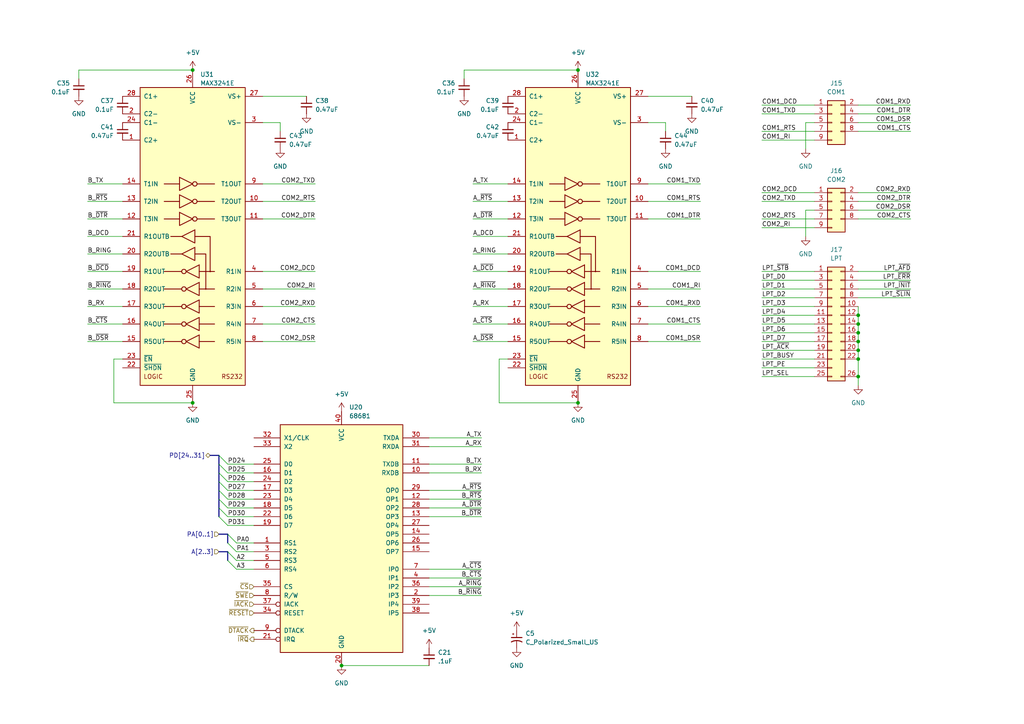
<source format=kicad_sch>
(kicad_sch (version 20230121) (generator eeschema)
  (paper "A4")
  (lib_symbols
    (symbol "68040:MAX3241E" (pin_names (offset 1.016))
      (property "Reference" "U" (at -2.54 46.355 0))
      (property "Value" "MAX3241E" (at -2.54 44.45 0))
      (symbol "MAX3241E_0_0"
        (text "LOGIC" (at -11.43 -40.64 0) (effects (font (size 1.27 1.27))))
        (text "RS232" (at 11.43 -40.64 0) (effects (font (size 1.27 1.27))))
      )
      (symbol "MAX3241E_0_1"
        (rectangle (start -15.24 43.18) (end 15.24 -43.18) (stroke (width 0.254)) (fill (type background)))
        (circle (center -2.54 -30.48) (radius 0.635) (stroke (width 0.254)))
        (circle (center -2.54 -25.4) (radius 0.635) (stroke (width 0.254)))
        (circle (center -2.54 -20.32) (radius 0.635) (stroke (width 0.254)))
        (circle (center -2.54 -15.24) (radius 0.635) (stroke (width 0.254)))
        (circle (center -2.54 -10.16) (radius 0.635) (stroke (width 0.254)))
        (polyline (pts (xy -3.81 5.08) (xy -8.255 5.08)) (stroke (width 0.254)))
        (polyline (pts (xy -3.81 10.16) (xy -8.255 10.16)) (stroke (width 0.254)))
        (polyline (pts (xy -3.81 15.24) (xy -8.255 15.24)) (stroke (width 0.254)))
        (polyline (pts (xy -3.175 -30.48) (xy -8.255 -30.48)) (stroke (width 0.254)))
        (polyline (pts (xy -3.175 -25.4) (xy -8.255 -25.4)) (stroke (width 0.254)))
        (polyline (pts (xy -3.175 -20.32) (xy -8.255 -20.32)) (stroke (width 0.254)))
        (polyline (pts (xy -3.175 -15.24) (xy -8.255 -15.24)) (stroke (width 0.254)))
        (polyline (pts (xy -3.175 -10.16) (xy -8.255 -10.16)) (stroke (width 0.254)))
        (polyline (pts (xy -3.175 -5.08) (xy -6.35 -5.08)) (stroke (width 0.254)))
        (polyline (pts (xy -3.175 0) (xy -6.35 0)) (stroke (width 0.254)))
        (polyline (pts (xy 1.27 5.08) (xy 6.35 5.08)) (stroke (width 0.254)))
        (polyline (pts (xy 1.27 10.16) (xy 6.35 10.16)) (stroke (width 0.254)))
        (polyline (pts (xy 1.27 15.24) (xy 6.35 15.24)) (stroke (width 0.254)))
        (polyline (pts (xy 1.905 -30.48) (xy 6.35 -30.48)) (stroke (width 0.254)))
        (polyline (pts (xy 1.905 -25.4) (xy 6.35 -25.4)) (stroke (width 0.254)))
        (polyline (pts (xy 1.905 -20.32) (xy 6.35 -20.32)) (stroke (width 0.254)))
        (polyline (pts (xy 1.905 -15.24) (xy 6.35 -15.24)) (stroke (width 0.254)))
        (polyline (pts (xy 1.905 -10.16) (xy 6.35 -10.16)) (stroke (width 0.254)))
        (polyline (pts (xy -3.81 6.985) (xy -3.81 3.175) (xy 0 5.08) (xy -3.81 6.985)) (stroke (width 0.254)))
        (polyline (pts (xy -3.81 12.065) (xy -3.81 8.255) (xy 0 10.16) (xy -3.81 12.065)) (stroke (width 0.254)))
        (polyline (pts (xy -3.81 17.145) (xy -3.81 13.335) (xy 0 15.24) (xy -3.81 17.145)) (stroke (width 0.254)))
        (polyline (pts (xy 0.635 -3.175) (xy 0.635 -6.985) (xy -3.175 -5.08) (xy 0.635 -3.175)) (stroke (width 0.254)))
        (polyline (pts (xy 0.635 1.905) (xy 0.635 -1.905) (xy -3.175 0) (xy 0.635 1.905)) (stroke (width 0.254)))
        (polyline (pts (xy 1.905 -28.575) (xy 1.905 -32.385) (xy -1.905 -30.48) (xy 1.905 -28.575)) (stroke (width 0.254)))
        (polyline (pts (xy 1.905 -23.495) (xy 1.905 -27.305) (xy -1.905 -25.4) (xy 1.905 -23.495)) (stroke (width 0.254)))
        (polyline (pts (xy 1.905 -18.415) (xy 1.905 -22.225) (xy -1.905 -20.32) (xy 1.905 -18.415)) (stroke (width 0.254)))
        (polyline (pts (xy 1.905 -13.335) (xy 1.905 -17.145) (xy -1.905 -15.24) (xy 1.905 -13.335)) (stroke (width 0.254)))
        (polyline (pts (xy 1.905 -8.255) (xy 1.905 -12.065) (xy -1.905 -10.16) (xy 1.905 -8.255)) (stroke (width 0.254)))
        (circle (center 0.635 5.08) (radius 0.635) (stroke (width 0.254)))
        (circle (center 0.635 10.16) (radius 0.635) (stroke (width 0.254)))
        (circle (center 0.635 15.24) (radius 0.635) (stroke (width 0.254)))
        (circle (center 5.08 -10.16) (radius 0.1524))
      )
      (symbol "MAX3241E_1_1"
        (polyline (pts (xy 0.635 -5.08) (xy 3.81 -5.08) (xy 3.81 -15.24)) (stroke (width 0.254)))
        (polyline (pts (xy 0.635 0) (xy 5.08 0) (xy 5.08 -10.16)) (stroke (width 0.254)))
        (circle (center 3.81 -15.24) (radius 0.1524))
        (pin passive line (at -20.32 27.94 0) (length 5.08) (name "C2+") (number "1"))
        (pin output line (at 20.32 10.16 180) (length 5.08) (name "T2OUT") (number "10"))
        (pin output line (at 20.32 5.08 180) (length 5.08) (name "T3OUT") (number "11"))
        (pin input line (at -20.32 5.08 0) (length 5.08) (name "T3IN") (number "12"))
        (pin input line (at -20.32 10.16 0) (length 5.08) (name "T2IN") (number "13"))
        (pin input line (at -20.32 15.24 0) (length 5.08) (name "T1IN") (number "14"))
        (pin output line (at -20.32 -30.48 0) (length 5.08) (name "R5OUT") (number "15"))
        (pin output line (at -20.32 -25.4 0) (length 5.08) (name "R4OUT") (number "16"))
        (pin output line (at -20.32 -20.32 0) (length 5.08) (name "R3OUT") (number "17"))
        (pin output line (at -20.32 -15.24 0) (length 5.08) (name "R2OUT") (number "18"))
        (pin output line (at -20.32 -10.16 0) (length 5.08) (name "R1OUT") (number "19"))
        (pin passive line (at -20.32 35.56 0) (length 5.08) (name "C2-") (number "2"))
        (pin output line (at -20.32 -5.08 0) (length 5.08) (name "R2OUTB") (number "20"))
        (pin output line (at -20.32 0 0) (length 5.08) (name "R1OUTB") (number "21"))
        (pin input line (at -20.32 -38.1 0) (length 5.08) (name "~{SHDN}") (number "22"))
        (pin input line (at -20.32 -35.56 0) (length 5.08) (name "~{EN}") (number "23"))
        (pin passive line (at -20.32 33.02 0) (length 5.08) (name "C1-") (number "24"))
        (pin power_in line (at 0 -48.26 90) (length 5.08) (name "GND") (number "25"))
        (pin power_in line (at 0 48.26 270) (length 5.08) (name "VCC") (number "26"))
        (pin power_out line (at 20.32 40.64 180) (length 5.08) (name "VS+") (number "27"))
        (pin passive line (at -20.32 40.64 0) (length 5.08) (name "C1+") (number "28"))
        (pin power_out line (at 20.32 33.02 180) (length 5.08) (name "VS-") (number "3"))
        (pin input line (at 20.32 -10.16 180) (length 5.08) (name "R1IN") (number "4"))
        (pin input line (at 20.32 -15.24 180) (length 5.08) (name "R2IN") (number "5"))
        (pin input line (at 20.32 -20.32 180) (length 5.08) (name "R3IN") (number "6"))
        (pin input line (at 20.32 -25.4 180) (length 5.08) (name "R4IN") (number "7"))
        (pin input line (at 20.32 -30.48 180) (length 5.08) (name "R5IN") (number "8"))
        (pin output line (at 20.32 15.24 180) (length 5.08) (name "T1OUT") (number "9"))
      )
    )
    (symbol "Conn_2Rows-09Pins_1" (pin_names (offset 1.016) hide)
      (property "Reference" "J16" (at 1.27 11.43 0))
      (property "Value" "COM" (at 1.27 8.89 0))
      (symbol "Conn_2Rows-09Pins_1_1_1"
        (rectangle (start -1.27 -4.953) (end 0 -5.207) (stroke (width 0.1524)))
        (rectangle (start -1.27 -2.413) (end 0 -2.667) (stroke (width 0.1524)))
        (rectangle (start -1.27 0.127) (end 0 -0.127) (stroke (width 0.1524)))
        (rectangle (start -1.27 2.667) (end 0 2.413) (stroke (width 0.1524)))
        (rectangle (start -1.27 5.207) (end 0 4.953) (stroke (width 0.1524)))
        (rectangle (start -1.27 6.35) (end 3.81 -6.35) (stroke (width 0.254)) (fill (type background)))
        (rectangle (start 3.81 -2.413) (end 2.54 -2.667) (stroke (width 0.1524)))
        (rectangle (start 3.81 0.127) (end 2.54 -0.127) (stroke (width 0.1524)))
        (rectangle (start 3.81 2.667) (end 2.54 2.413) (stroke (width 0.1524)))
        (rectangle (start 3.81 5.207) (end 2.54 4.953) (stroke (width 0.1524)))
        (pin passive line (at -5.08 5.08 0) (length 3.81) (name "Pin_1") (number "1"))
        (pin passive line (at 7.62 5.08 180) (length 3.81) (name "Pin_2") (number "2"))
        (pin passive line (at -5.08 2.54 0) (length 3.81) (name "Pin_3") (number "3"))
        (pin passive line (at 7.62 2.54 180) (length 3.81) (name "Pin_4") (number "4"))
        (pin passive line (at -5.08 0 0) (length 3.81) (name "Pin_5") (number "5"))
        (pin passive line (at 7.62 0 180) (length 3.81) (name "Pin_6") (number "6"))
        (pin passive line (at -5.08 -2.54 0) (length 3.81) (name "Pin_7") (number "7"))
        (pin passive line (at 7.62 -2.54 180) (length 3.81) (name "Pin_8") (number "8"))
        (pin passive line (at -5.08 -5.08 0) (length 3.81) (name "Pin_9") (number "9"))
      )
    )
    (symbol "Connector_Generic:Conn_2Rows-25Pins" (pin_names (offset 1.016) hide)
      (property "Reference" "J17" (at 1.27 21.59 0))
      (property "Value" "LPT" (at 1.27 19.05 0))
      (symbol "Conn_2Rows-25Pins_1_1"
        (rectangle (start -1.27 -15.113) (end 0 -15.367) (stroke (width 0.1524)))
        (rectangle (start -1.27 -12.573) (end 0 -12.827) (stroke (width 0.1524)))
        (rectangle (start -1.27 -10.033) (end 0 -10.287) (stroke (width 0.1524)))
        (rectangle (start -1.27 -7.493) (end 0 -7.747) (stroke (width 0.1524)))
        (rectangle (start -1.27 -4.953) (end 0 -5.207) (stroke (width 0.1524)))
        (rectangle (start -1.27 -2.413) (end 0 -2.667) (stroke (width 0.1524)))
        (rectangle (start -1.27 0.127) (end 0 -0.127) (stroke (width 0.1524)))
        (rectangle (start -1.27 2.667) (end 0 2.413) (stroke (width 0.1524)))
        (rectangle (start -1.27 5.207) (end 0 4.953) (stroke (width 0.1524)))
        (rectangle (start -1.27 7.747) (end 0 7.493) (stroke (width 0.1524)))
        (rectangle (start -1.27 10.287) (end 0 10.033) (stroke (width 0.1524)))
        (rectangle (start -1.27 12.827) (end 0 12.573) (stroke (width 0.1524)))
        (rectangle (start -1.27 15.367) (end 0 15.113) (stroke (width 0.1524)))
        (rectangle (start -1.27 16.51) (end 3.81 -16.51) (stroke (width 0.254)) (fill (type background)))
        (rectangle (start 2.54 -15.113) (end 3.81 -15.367) (stroke (width 0.1524)))
        (rectangle (start 3.81 -10.033) (end 2.54 -10.287) (stroke (width 0.1524)))
        (rectangle (start 3.81 -7.493) (end 2.54 -7.747) (stroke (width 0.1524)))
        (rectangle (start 3.81 -4.953) (end 2.54 -5.207) (stroke (width 0.1524)))
        (rectangle (start 3.81 -2.413) (end 2.54 -2.667) (stroke (width 0.1524)))
        (rectangle (start 3.81 0.127) (end 2.54 -0.127) (stroke (width 0.1524)))
        (rectangle (start 3.81 2.667) (end 2.54 2.413) (stroke (width 0.1524)))
        (rectangle (start 3.81 5.207) (end 2.54 4.953) (stroke (width 0.1524)))
        (rectangle (start 3.81 7.747) (end 2.54 7.493) (stroke (width 0.1524)))
        (rectangle (start 3.81 10.287) (end 2.54 10.033) (stroke (width 0.1524)))
        (rectangle (start 3.81 12.827) (end 2.54 12.573) (stroke (width 0.1524)))
        (rectangle (start 3.81 15.367) (end 2.54 15.113) (stroke (width 0.1524)))
        (pin passive line (at -5.08 15.24 0) (length 3.81) (name "Pin_1") (number "1"))
        (pin passive line (at 7.62 5.08 180) (length 3.81) (name "Pin_10") (number "10"))
        (pin passive line (at -5.08 2.54 0) (length 3.81) (name "Pin_11") (number "11"))
        (pin passive line (at 7.62 2.54 180) (length 3.81) (name "Pin_12") (number "12"))
        (pin passive line (at -5.08 0 0) (length 3.81) (name "Pin_13") (number "13"))
        (pin passive line (at 7.62 0 180) (length 3.81) (name "Pin_14") (number "14"))
        (pin passive line (at -5.08 -2.54 0) (length 3.81) (name "Pin_15") (number "15"))
        (pin passive line (at 7.62 -2.54 180) (length 3.81) (name "Pin_16") (number "16"))
        (pin passive line (at -5.08 -5.08 0) (length 3.81) (name "Pin_17") (number "17"))
        (pin passive line (at 7.62 -5.08 180) (length 3.81) (name "Pin_18") (number "18"))
        (pin passive line (at -5.08 -7.62 0) (length 3.81) (name "Pin_19") (number "19"))
        (pin passive line (at 7.62 15.24 180) (length 3.81) (name "Pin_2") (number "2"))
        (pin passive line (at 7.62 -7.62 180) (length 3.81) (name "Pin_20") (number "20"))
        (pin passive line (at -5.08 -10.16 0) (length 3.81) (name "Pin_21") (number "21"))
        (pin passive line (at 7.62 -10.16 180) (length 3.81) (name "Pin_22") (number "22"))
        (pin passive line (at -5.08 -12.7 0) (length 3.81) (name "Pin_23") (number "23"))
        (pin passive line (at -5.08 -15.24 0) (length 3.81) (name "Pin_25") (number "25"))
        (pin passive line (at 7.62 -15.24 180) (length 3.81) (name "Pin_26") (number "26"))
        (pin passive line (at -5.08 12.7 0) (length 3.81) (name "Pin_3") (number "3"))
        (pin passive line (at 7.62 12.7 180) (length 3.81) (name "Pin_4") (number "4"))
        (pin passive line (at -5.08 10.16 0) (length 3.81) (name "Pin_5") (number "5"))
        (pin passive line (at 7.62 10.16 180) (length 3.81) (name "Pin_6") (number "6"))
        (pin passive line (at -5.08 7.62 0) (length 3.81) (name "Pin_7") (number "7"))
        (pin passive line (at 7.62 7.62 180) (length 3.81) (name "Pin_8") (number "8"))
        (pin passive line (at -5.08 5.08 0) (length 3.81) (name "Pin_9") (number "9"))
      )
    )
    (symbol "Device:C_Polarized_Small_US" (pin_numbers hide) (pin_names (offset 0.254) hide)
      (property "Reference" "C" (at 0.254 1.778 0))
      (property "Value" "C_Polarized_Small_US" (at 0.254 -2.032 0))
      (symbol "C_Polarized_Small_US_0_1"
        (polyline (pts (xy -1.524 0.508) (xy 1.524 0.508)) (stroke (width 0.3048)))
        (polyline (pts (xy -1.27 1.524) (xy -0.762 1.524)))
        (polyline (pts (xy -1.016 1.27) (xy -1.016 1.778)))
        (arc (start 1.524 -0.762) (mid 0 -0.3734) (end -1.524 -0.762) (stroke (width 0.3048)))
      )
      (symbol "C_Polarized_Small_US_1_1"
        (pin passive line (at 0 2.54 270) (length 2.032) (name "~") (number "1"))
        (pin passive line (at 0 -2.54 90) (length 2.032) (name "~") (number "2"))
      )
    )
    (symbol "Device:C_Small" (pin_numbers hide) (pin_names (offset 0.254) hide)
      (property "Reference" "C" (at 0.254 1.778 0))
      (property "Value" "C_Small" (at 0.254 -2.032 0))
      (symbol "C_Small_0_1"
        (polyline (pts (xy -1.524 -0.508) (xy 1.524 -0.508)) (stroke (width 0.3302)))
        (polyline (pts (xy -1.524 0.508) (xy 1.524 0.508)) (stroke (width 0.3048)))
      )
      (symbol "C_Small_1_1"
        (pin passive line (at 0 2.54 270) (length 2.032) (name "~") (number "1"))
        (pin passive line (at 0 -2.54 90) (length 2.032) (name "~") (number "2"))
      )
    )
    (symbol "Interface:68681" (pin_names (offset 1.016))
      (property "Reference" "U" (at 0 3.81 0))
      (property "Value" "68681" (at 0 -2.54 0))
      (symbol "68681_0_1"
        (rectangle (start -17.78 -31.75) (end 17.78 34.29) (stroke (width 0.254)) (fill (type background)))
      )
      (symbol "68681_1_1"
        (pin input line (at -25.4 0 0) (length 7.62) (name "RS1") (number "1"))
        (pin input line (at 25.4 20.32 180) (length 7.62) (name "RXDB") (number "10"))
        (pin output line (at 25.4 22.86 180) (length 7.62) (name "TXDB") (number "11"))
        (pin output line (at 25.4 12.7 180) (length 7.62) (name "OP1") (number "12"))
        (pin output line (at 25.4 7.62 180) (length 7.62) (name "OP3") (number "13"))
        (pin output line (at 25.4 2.54 180) (length 7.62) (name "OP5") (number "14"))
        (pin output line (at 25.4 -2.54 180) (length 7.62) (name "OP7") (number "15"))
        (pin tri_state line (at -25.4 20.32 0) (length 7.62) (name "D1") (number "16"))
        (pin tri_state line (at -25.4 15.24 0) (length 7.62) (name "D3") (number "17"))
        (pin tri_state line (at -25.4 10.16 0) (length 7.62) (name "D5") (number "18"))
        (pin tri_state line (at -25.4 5.08 0) (length 7.62) (name "D7") (number "19"))
        (pin input line (at 25.4 -15.24 180) (length 7.62) (name "IP3") (number "2"))
        (pin power_in line (at 0 -35.56 90) (length 3.81) (name "GND") (number "20"))
        (pin output inverted (at -25.4 -27.94 0) (length 7.62) (name "IRQ") (number "21"))
        (pin tri_state line (at -25.4 7.62 0) (length 7.62) (name "D6") (number "22"))
        (pin tri_state line (at -25.4 12.7 0) (length 7.62) (name "D4") (number "23"))
        (pin tri_state line (at -25.4 17.78 0) (length 7.62) (name "D2") (number "24"))
        (pin tri_state line (at -25.4 22.86 0) (length 7.62) (name "D0") (number "25"))
        (pin output line (at 25.4 0 180) (length 7.62) (name "OP6") (number "26"))
        (pin output line (at 25.4 5.08 180) (length 7.62) (name "OP4") (number "27"))
        (pin output line (at 25.4 10.16 180) (length 7.62) (name "OP2") (number "28"))
        (pin output line (at 25.4 15.24 180) (length 7.62) (name "OP0") (number "29"))
        (pin input line (at -25.4 -2.54 0) (length 7.62) (name "RS2") (number "3"))
        (pin output line (at 25.4 30.48 180) (length 7.62) (name "TXDA") (number "30"))
        (pin input line (at 25.4 27.94 180) (length 7.62) (name "RXDA") (number "31"))
        (pin input line (at -25.4 30.48 0) (length 7.62) (name "X1/CLK") (number "32"))
        (pin input line (at -25.4 27.94 0) (length 7.62) (name "X2") (number "33"))
        (pin input inverted (at -25.4 -20.32 0) (length 7.62) (name "RESET") (number "34"))
        (pin input line (at -25.4 -12.7 0) (length 7.62) (name "CS") (number "35"))
        (pin input line (at 25.4 -12.7 180) (length 7.62) (name "IP2") (number "36"))
        (pin input inverted (at -25.4 -17.78 0) (length 7.62) (name "IACK") (number "37"))
        (pin input line (at 25.4 -20.32 180) (length 7.62) (name "IP5") (number "38"))
        (pin input line (at 25.4 -17.78 180) (length 7.62) (name "IP4") (number "39"))
        (pin input line (at 25.4 -10.16 180) (length 7.62) (name "IP1") (number "4"))
        (pin power_in line (at 0 38.1 270) (length 3.81) (name "VCC") (number "40"))
        (pin input line (at -25.4 -5.08 0) (length 7.62) (name "RS3") (number "5"))
        (pin input line (at -25.4 -7.62 0) (length 7.62) (name "RS4") (number "6"))
        (pin input line (at 25.4 -7.62 180) (length 7.62) (name "IP0") (number "7"))
        (pin input line (at -25.4 -15.24 0) (length 7.62) (name "R/W") (number "8"))
        (pin open_collector inverted (at -25.4 -25.4 0) (length 7.62) (name "DTACK") (number "9"))
      )
    )
    (symbol "power:+5V" (power) (pin_names (offset 0))
      (property "Value" "+5V" (at 0 3.556 0))
      (symbol "+5V_0_1"
        (polyline (pts (xy -0.762 1.27) (xy 0 2.54)))
        (polyline (pts (xy 0 0) (xy 0 2.54)))
        (polyline (pts (xy 0 2.54) (xy 0.762 1.27)))
      )
      (symbol "+5V_1_1"
        (pin power_in line (at 0 0 90) (length 0) hide (name "+5V") (number "1"))
      )
    )
    (symbol "power:GND" (power) (pin_names (offset 0))
      (property "Value" "GND" (at 0 -3.81 0))
      (symbol "GND_0_1"
        (polyline (pts (xy 0 0) (xy 0 -1.27) (xy 1.27 -1.27) (xy 0 -2.54) (xy -1.27 -1.27) (xy 0 -1.27)))
      )
      (symbol "GND_1_1"
        (pin power_in line (at 0 0 270) (length 0) hide (name "GND") (number "1"))
      )
    )
  )
  (junction (at 248.92 91.44))
  (junction (at 248.92 101.6))
  (junction (at 99.06 193.04))
  (junction (at 55.88 20.32))
  (junction (at 167.64 116.84))
  (junction (at 248.92 104.14))
  (junction (at 248.92 99.06))
  (junction (at 248.92 93.98))
  (junction (at 248.92 109.22))
  (junction (at 55.88 116.84))
  (junction (at 167.64 20.32))
  (junction (at 248.92 96.52))
  (bus_entry (at 66.04 154.94) (size 2.54 2.54))
  (bus_entry (at 66.04 162.56) (size 2.54 2.54))
  (bus_entry (at 63.5 147.32) (size 2.54 2.54))
  (bus_entry (at 63.5 132.08) (size 2.54 2.54))
  (bus_entry (at 63.5 149.86) (size 2.54 2.54))
  (bus_entry (at 63.5 144.78) (size 2.54 2.54))
  (bus_entry (at 63.5 142.24) (size 2.54 2.54))
  (bus_entry (at 63.5 137.16) (size 2.54 2.54))
  (bus_entry (at 63.5 139.7) (size 2.54 2.54))
  (bus_entry (at 63.5 134.62) (size 2.54 2.54))
  (bus_entry (at 66.04 160.02) (size 2.54 2.54))
  (bus_entry (at 66.04 157.48) (size 2.54 2.54))
  (wire (pts (xy 22.86 20.32) (xy 22.86 22.86)))
  (wire (pts (xy 25.4 78.74) (xy 35.56 78.74)))
  (wire (pts (xy 68.58 165.1) (xy 73.66 165.1)))
  (wire (pts (xy 187.96 88.9) (xy 203.2 88.9)))
  (bus (pts (xy 66.04 154.94) (xy 63.5 154.94)))
  (bus (pts (xy 66.04 160.02) (xy 63.5 160.02)))
  (wire (pts (xy 220.98 55.88) (xy 236.22 55.88)))
  (bus (pts (xy 63.5 132.08) (xy 60.96 132.08)))
  (wire (pts (xy 248.92 96.52) (xy 248.92 99.06)))
  (wire (pts (xy 248.92 78.74) (xy 264.16 78.74)))
  (wire (pts (xy 220.98 93.98) (xy 236.22 93.98)))
  (bus (pts (xy 63.5 147.32) (xy 63.5 144.78)))
  (bus (pts (xy 63.5 149.86) (xy 63.5 147.32)))
  (bus (pts (xy 63.5 144.78) (xy 63.5 142.24)))
  (wire (pts (xy 220.98 96.52) (xy 236.22 96.52)))
  (wire (pts (xy 220.98 33.02) (xy 236.22 33.02)))
  (wire (pts (xy 236.22 60.96) (xy 233.68 60.96)))
  (wire (pts (xy 137.16 83.82) (xy 147.32 83.82)))
  (wire (pts (xy 220.98 109.22) (xy 236.22 109.22)))
  (wire (pts (xy 220.98 91.44) (xy 236.22 91.44)))
  (wire (pts (xy 66.04 139.7) (xy 73.66 139.7)))
  (wire (pts (xy 203.2 78.74) (xy 187.96 78.74)))
  (wire (pts (xy 220.98 81.28) (xy 236.22 81.28)))
  (wire (pts (xy 248.92 63.5) (xy 264.16 63.5)))
  (wire (pts (xy 91.44 78.74) (xy 76.2 78.74)))
  (wire (pts (xy 66.04 144.78) (xy 73.66 144.78)))
  (wire (pts (xy 134.62 20.32) (xy 134.62 22.86)))
  (wire (pts (xy 81.28 35.56) (xy 81.28 38.1)))
  (wire (pts (xy 35.56 58.42) (xy 25.4 58.42)))
  (wire (pts (xy 35.56 53.34) (xy 25.4 53.34)))
  (wire (pts (xy 91.44 58.42) (xy 76.2 58.42)))
  (wire (pts (xy 248.92 93.98) (xy 248.92 96.52)))
  (wire (pts (xy 187.96 93.98) (xy 203.2 93.98)))
  (wire (pts (xy 68.58 162.56) (xy 73.66 162.56)))
  (wire (pts (xy 220.98 63.5) (xy 236.22 63.5)))
  (wire (pts (xy 124.46 165.1) (xy 139.7 165.1)))
  (wire (pts (xy 33.02 104.14) (xy 33.02 116.84)))
  (wire (pts (xy 187.96 63.5) (xy 203.2 63.5)))
  (wire (pts (xy 76.2 93.98) (xy 91.44 93.98)))
  (wire (pts (xy 25.4 68.58) (xy 35.56 68.58)))
  (wire (pts (xy 124.46 127) (xy 139.7 127)))
  (wire (pts (xy 248.92 38.1) (xy 264.16 38.1)))
  (wire (pts (xy 220.98 101.6) (xy 236.22 101.6)))
  (wire (pts (xy 25.4 73.66) (xy 35.56 73.66)))
  (wire (pts (xy 187.96 99.06) (xy 203.2 99.06)))
  (wire (pts (xy 124.46 129.54) (xy 139.7 129.54)))
  (wire (pts (xy 248.92 88.9) (xy 248.92 91.44)))
  (wire (pts (xy 144.78 104.14) (xy 144.78 116.84)))
  (wire (pts (xy 248.92 86.36) (xy 264.16 86.36)))
  (wire (pts (xy 76.2 63.5) (xy 91.44 63.5)))
  (bus (pts (xy 63.5 139.7) (xy 63.5 137.16)))
  (wire (pts (xy 203.2 58.42) (xy 187.96 58.42)))
  (wire (pts (xy 220.98 88.9) (xy 236.22 88.9)))
  (wire (pts (xy 139.7 149.86) (xy 124.46 149.86)))
  (wire (pts (xy 91.44 53.34) (xy 76.2 53.34)))
  (wire (pts (xy 35.56 88.9) (xy 25.4 88.9)))
  (bus (pts (xy 66.04 157.48) (xy 66.04 154.94)))
  (wire (pts (xy 248.92 83.82) (xy 264.16 83.82)))
  (wire (pts (xy 248.92 33.02) (xy 264.16 33.02)))
  (wire (pts (xy 147.32 58.42) (xy 137.16 58.42)))
  (wire (pts (xy 66.04 142.24) (xy 73.66 142.24)))
  (wire (pts (xy 144.78 104.14) (xy 147.32 104.14)))
  (bus (pts (xy 63.5 142.24) (xy 63.5 139.7)))
  (wire (pts (xy 147.32 93.98) (xy 137.16 93.98)))
  (wire (pts (xy 124.46 142.24) (xy 139.7 142.24)))
  (wire (pts (xy 193.04 35.56) (xy 193.04 38.1)))
  (wire (pts (xy 248.92 81.28) (xy 264.16 81.28)))
  (wire (pts (xy 139.7 147.32) (xy 124.46 147.32)))
  (wire (pts (xy 233.68 35.56) (xy 233.68 43.18)))
  (wire (pts (xy 220.98 30.48) (xy 236.22 30.48)))
  (wire (pts (xy 76.2 88.9) (xy 91.44 88.9)))
  (wire (pts (xy 248.92 99.06) (xy 248.92 101.6)))
  (wire (pts (xy 220.98 104.14) (xy 236.22 104.14)))
  (wire (pts (xy 33.02 116.84) (xy 55.88 116.84)))
  (bus (pts (xy 63.5 137.16) (xy 63.5 134.62)))
  (wire (pts (xy 233.68 60.96) (xy 233.68 68.58)))
  (wire (pts (xy 220.98 78.74) (xy 236.22 78.74)))
  (wire (pts (xy 35.56 93.98) (xy 25.4 93.98)))
  (wire (pts (xy 124.46 170.18) (xy 139.7 170.18)))
  (wire (pts (xy 55.88 20.32) (xy 22.86 20.32)))
  (wire (pts (xy 25.4 63.5) (xy 35.56 63.5)))
  (wire (pts (xy 76.2 99.06) (xy 91.44 99.06)))
  (wire (pts (xy 220.98 40.64) (xy 236.22 40.64)))
  (wire (pts (xy 25.4 99.06) (xy 35.56 99.06)))
  (wire (pts (xy 76.2 35.56) (xy 81.28 35.56)))
  (wire (pts (xy 167.64 20.32) (xy 134.62 20.32)))
  (wire (pts (xy 124.46 134.62) (xy 139.7 134.62)))
  (wire (pts (xy 33.02 104.14) (xy 35.56 104.14)))
  (wire (pts (xy 248.92 60.96) (xy 264.16 60.96)))
  (wire (pts (xy 220.98 38.1) (xy 236.22 38.1)))
  (wire (pts (xy 248.92 30.48) (xy 264.16 30.48)))
  (wire (pts (xy 66.04 147.32) (xy 73.66 147.32)))
  (wire (pts (xy 147.32 53.34) (xy 137.16 53.34)))
  (wire (pts (xy 137.16 73.66) (xy 147.32 73.66)))
  (wire (pts (xy 220.98 86.36) (xy 236.22 86.36)))
  (wire (pts (xy 66.04 137.16) (xy 73.66 137.16)))
  (wire (pts (xy 68.58 160.02) (xy 73.66 160.02)))
  (wire (pts (xy 220.98 106.68) (xy 236.22 106.68)))
  (wire (pts (xy 248.92 104.14) (xy 248.92 109.22)))
  (wire (pts (xy 220.98 66.04) (xy 236.22 66.04)))
  (wire (pts (xy 99.06 193.04) (xy 124.46 193.04)))
  (wire (pts (xy 220.98 83.82) (xy 236.22 83.82)))
  (wire (pts (xy 66.04 134.62) (xy 73.66 134.62)))
  (wire (pts (xy 144.78 116.84) (xy 167.64 116.84)))
  (wire (pts (xy 91.44 83.82) (xy 76.2 83.82)))
  (wire (pts (xy 248.92 35.56) (xy 264.16 35.56)))
  (wire (pts (xy 137.16 99.06) (xy 147.32 99.06)))
  (wire (pts (xy 203.2 53.34) (xy 187.96 53.34)))
  (wire (pts (xy 76.2 27.94) (xy 88.9 27.94)))
  (wire (pts (xy 187.96 27.94) (xy 200.66 27.94)))
  (wire (pts (xy 124.46 167.64) (xy 139.7 167.64)))
  (wire (pts (xy 66.04 152.4) (xy 73.66 152.4)))
  (wire (pts (xy 248.92 101.6) (xy 248.92 104.14)))
  (bus (pts (xy 66.04 162.56) (xy 66.04 160.02)))
  (wire (pts (xy 220.98 99.06) (xy 236.22 99.06)))
  (wire (pts (xy 248.92 91.44) (xy 248.92 93.98)))
  (wire (pts (xy 137.16 68.58) (xy 147.32 68.58)))
  (wire (pts (xy 137.16 78.74) (xy 147.32 78.74)))
  (wire (pts (xy 248.92 58.42) (xy 264.16 58.42)))
  (wire (pts (xy 68.58 157.48) (xy 73.66 157.48)))
  (wire (pts (xy 248.92 109.22) (xy 248.92 111.76)))
  (wire (pts (xy 137.16 63.5) (xy 147.32 63.5)))
  (wire (pts (xy 66.04 149.86) (xy 73.66 149.86)))
  (wire (pts (xy 147.32 88.9) (xy 137.16 88.9)))
  (wire (pts (xy 248.92 55.88) (xy 264.16 55.88)))
  (wire (pts (xy 236.22 35.56) (xy 233.68 35.56)))
  (wire (pts (xy 124.46 172.72) (xy 139.7 172.72)))
  (wire (pts (xy 124.46 144.78) (xy 139.7 144.78)))
  (bus (pts (xy 63.5 134.62) (xy 63.5 132.08)))
  (wire (pts (xy 124.46 137.16) (xy 139.7 137.16)))
  (wire (pts (xy 203.2 83.82) (xy 187.96 83.82)))
  (wire (pts (xy 187.96 35.56) (xy 193.04 35.56)))
  (wire (pts (xy 220.98 58.42) (xy 236.22 58.42)))
  (wire (pts (xy 25.4 83.82) (xy 35.56 83.82)))
  (label "LPT_SEL" (at 220.98 109.22 0))
  (label "B_~{RTS}" (at 139.7 144.78 180))
  (label "A_~{RTS}" (at 137.16 58.42 0))
  (label "LPT_D5" (at 220.98 93.98 0))
  (label "PA0" (at 68.58 157.48 0))
  (label "COM2_CTS" (at 91.44 93.98 180))
  (label "LPT_D6" (at 220.98 96.52 0))
  (label "COM2_DCD" (at 220.98 55.88 0))
  (label "A_~{DCD}" (at 137.16 78.74 0))
  (label "A_~{RTS}" (at 139.7 142.24 180))
  (label "COM2_RI" (at 220.98 66.04 0))
  (label "LPT_D3" (at 220.98 88.9 0))
  (label "PD29" (at 66.04 147.32 0))
  (label "PD24" (at 66.04 134.62 0))
  (label "LPT_PE" (at 220.98 106.68 0))
  (label "B_~{DTR}" (at 139.7 149.86 180))
  (label "COM1_DSR" (at 203.2 99.06 180))
  (label "COM2_TXD" (at 91.44 53.34 180))
  (label "B_RING" (at 25.4 73.66 0))
  (label "A_TX" (at 139.7 127 180))
  (label "A_RX" (at 137.16 88.9 0))
  (label "PD30" (at 66.04 149.86 0))
  (label "LPT_D7" (at 220.98 99.06 0))
  (label "COM1_RXD" (at 203.2 88.9 180))
  (label "COM2_RI" (at 91.44 83.82 180))
  (label "COM1_RTS" (at 203.2 58.42 180))
  (label "COM1_DCD" (at 220.98 30.48 0))
  (label "A2" (at 68.58 162.56 0))
  (label "COM2_DTR" (at 264.16 58.42 180))
  (label "LPT_~{INIT}" (at 264.16 83.82 180))
  (label "B_TX" (at 139.7 134.62 180))
  (label "COM1_DSR" (at 264.16 35.56 180))
  (label "B_~{DSR}" (at 25.4 99.06 0))
  (label "B_RX" (at 25.4 88.9 0))
  (label "A_~{CTS}" (at 139.7 165.1 180))
  (label "LPT_BUSY" (at 220.98 104.14 0))
  (label "COM1_DTR" (at 264.16 33.02 180))
  (label "COM1_DCD" (at 203.2 78.74 180))
  (label "COM1_RTS" (at 220.98 38.1 0))
  (label "A_~{RING}" (at 139.7 170.18 180))
  (label "B_~{CTS}" (at 25.4 93.98 0))
  (label "B_~{RING}" (at 25.4 83.82 0))
  (label "COM1_TXD" (at 220.98 33.02 0))
  (label "LPT_D4" (at 220.98 91.44 0))
  (label "COM1_RI" (at 220.98 40.64 0))
  (label "PD26" (at 66.04 139.7 0))
  (label "COM2_DSR" (at 264.16 60.96 180))
  (label "A_RING" (at 137.16 73.66 0))
  (label "COM1_DTR" (at 203.2 63.5 180))
  (label "COM2_RXD" (at 264.16 55.88 180))
  (label "A_~{DTR}" (at 137.16 63.5 0))
  (label "COM2_DSR" (at 91.44 99.06 180))
  (label "A_DCD" (at 137.16 68.58 0))
  (label "COM2_RTS" (at 91.44 58.42 180))
  (label "B_RX" (at 139.7 137.16 180))
  (label "COM1_RI" (at 203.2 83.82 180))
  (label "B_~{CTS}" (at 139.7 167.64 180))
  (label "COM2_RXD" (at 91.44 88.9 180))
  (label "LPT_D1" (at 220.98 83.82 0))
  (label "PD31" (at 66.04 152.4 0))
  (label "PD27" (at 66.04 142.24 0))
  (label "A_~{DSR}" (at 137.16 99.06 0))
  (label "A_~{CTS}" (at 137.16 93.98 0))
  (label "A3" (at 68.58 165.1 0))
  (label "LPT_~{AFD}" (at 264.16 78.74 180))
  (label "LPT_~{ERR}" (at 264.16 81.28 180))
  (label "B_DCD" (at 25.4 68.58 0))
  (label "COM1_TXD" (at 203.2 53.34 180))
  (label "LPT_~{ACK}" (at 220.98 101.6 0))
  (label "B_~{RTS}" (at 25.4 58.42 0))
  (label "COM2_DCD" (at 91.44 78.74 180))
  (label "A_~{DTR}" (at 139.7 147.32 180))
  (label "B_~{RING}" (at 139.7 172.72 180))
  (label "PD25" (at 66.04 137.16 0))
  (label "LPT_~{STB}" (at 220.98 78.74 0))
  (label "A_RX" (at 139.7 129.54 180))
  (label "B_~{DCD}" (at 25.4 78.74 0))
  (label "A_TX" (at 137.16 53.34 0))
  (label "A_~{RING}" (at 137.16 83.82 0))
  (label "PA1" (at 68.58 160.02 0))
  (label "B_~{DTR}" (at 25.4 63.5 0))
  (label "COM2_DTR" (at 91.44 63.5 180))
  (label "B_TX" (at 25.4 53.34 0))
  (label "COM1_CTS" (at 264.16 38.1 180))
  (label "PD28" (at 66.04 144.78 0))
  (label "LPT_~{SLIN}" (at 264.16 86.36 180))
  (label "COM1_RXD" (at 264.16 30.48 180))
  (label "COM2_RTS" (at 220.98 63.5 0))
  (label "COM2_TXD" (at 220.98 58.42 0))
  (label "COM2_CTS" (at 264.16 63.5 180))
  (label "COM1_CTS" (at 203.2 93.98 180))
  (label "LPT_D0" (at 220.98 81.28 0))
  (label "LPT_D2" (at 220.98 86.36 0))
  (hierarchical_label "~{IACK}" (shape input) (at 73.66 175.26 180))
  (hierarchical_label "~{DTACK}" (shape output) (at 73.66 182.88 180))
  (hierarchical_label "A[2..3]" (shape input) (at 63.5 160.02 180))
  (hierarchical_label "~{IRQ}" (shape output) (at 73.66 185.42 180))
  (hierarchical_label "~{SWE}" (shape input) (at 73.66 172.72 180))
  (hierarchical_label "~{RESET}" (shape input) (at 73.66 177.8 180))
  (hierarchical_label "PD[24..31]" (shape bidirectional) (at 60.96 132.08 180))
  (hierarchical_label "~{CS}" (shape input) (at 73.66 170.18 180))
  (hierarchical_label "PA[0..1]" (shape input) (at 63.5 154.94 180))
  (symbol (lib_id "power:+5V") (at 55.88 20.32 0) (unit 1)
    (property "Reference" "#PWR0160" (effects hide))
    (property "Value" "+5V" (at 55.88 15.24 0))
  )
  (symbol (lib_id "power:GND") (at 81.28 43.18 0) (unit 1)
    (property "Reference" "#PWR0157" (effects hide))
    (property "Value" "GND" (at 81.28 48.26 0))
  )
  (symbol (lib_id "Device:C_Small") (at 134.62 25.4 0) (unit 1)
    (property "Reference" "C36" (at 132.08 24.1363 0) (effects (justify right)))
    (property "Value" "0.1uF" (at 132.08 26.6763 0) (effects (justify right)))
  )
  (symbol (lib_id "Interface:68681") (at 99.06 157.48 0) (unit 1)
    (property "Reference" "U20" (at 101.2541 118.11 0) (effects (justify left)))
    (property "Value" "68681" (at 101.2541 120.65 0) (effects (justify left)))
    (property "Footprint" "Package_DIP:DIP-40_W15.24mm" (effects hide))
  )
  (symbol (lib_id "Device:C_Small") (at 124.46 190.5 0) (unit 1)
    (property "Reference" "C21" (at 127 189.2363 0) (effects (justify left)))
    (property "Value" ".1uF" (at 127 191.7763 0) (effects (justify left)))
  )
  (symbol (lib_id "power:GND") (at 22.86 27.94 0) (unit 1)
    (property "Reference" "#PWR0194" (effects hide))
    (property "Value" "GND" (at 22.86 33.02 0))
  )
  (symbol (lib_id "power:+5V") (at 124.46 187.96 0) (unit 1)
    (property "Reference" "#PWR0141" (effects hide))
    (property "Value" "+5V" (at 124.46 182.88 0))
  )
  (symbol (lib_id "Device:C_Small") (at 22.86 25.4 0) (unit 1)
    (property "Reference" "C35" (at 20.32 24.1363 0) (effects (justify right)))
    (property "Value" "0.1uF" (at 20.32 26.6763 0) (effects (justify right)))
  )
  (symbol (lib_id "Device:C_Small") (at 35.56 38.1 0) (unit 1)
    (property "Reference" "C41" (at 33.02 36.8363 0) (effects (justify right)))
    (property "Value" "0.47uF" (at 33.02 39.3763 0) (effects (justify right)))
  )
  (symbol (lib_id "power:GND") (at 88.9 33.02 0) (unit 1)
    (property "Reference" "#PWR035" (effects hide))
    (property "Value" "GND" (at 88.9 38.1 0))
  )
  (symbol (lib_id "power:GND") (at 233.68 68.58 0) (unit 1)
    (property "Reference" "#PWR020" (effects hide))
    (property "Value" "GND" (at 233.68 73.66 0))
  )
  (symbol (lib_id "power:GND") (at 167.64 116.84 0) (unit 1)
    (property "Reference" "#PWR033" (effects hide))
    (property "Value" "GND" (at 167.64 121.92 0))
  )
  (symbol (lib_name "Conn_2Rows-09Pins_1") (lib_id "Connector_Generic:Conn_2Rows-09Pins") (at 241.3 60.96 0) (unit 1)
    (property "Reference" "J16" (at 242.57 49.53 0))
    (property "Value" "COM2" (at 242.57 52.07 0))
    (property "Footprint" "Connector_PinHeader_2.54mm:PinHeader_2x05_P2.54mm_Vertical" (effects hide))
  )
  (symbol (lib_name "Conn_2Rows-09Pins_1") (lib_id "Connector_Generic:Conn_2Rows-09Pins") (at 241.3 35.56 0) (unit 1)
    (property "Reference" "J15" (at 242.57 24.13 0))
    (property "Value" "COM1" (at 242.57 26.67 0))
    (property "Footprint" "Connector_PinHeader_2.54mm:PinHeader_2x05_P2.54mm_Vertical" (effects hide))
  )
  (symbol (lib_id "power:GND") (at 99.06 193.04 0) (unit 1)
    (property "Reference" "#PWR0129" (effects hide))
    (property "Value" "GND" (at 99.06 198.12 0))
  )
  (symbol (lib_id "Device:C_Small") (at 147.32 30.48 0) (unit 1)
    (property "Reference" "C39" (at 144.78 29.2163 0) (effects (justify right)))
    (property "Value" "0.1uF" (at 144.78 31.7563 0) (effects (justify right)))
  )
  (symbol (lib_id "Device:C_Small") (at 193.04 40.64 0) (mirror y) (unit 1)
    (property "Reference" "C44" (at 195.58 39.3763 0) (effects (justify right)))
    (property "Value" "0.47uF" (at 195.58 41.9163 0) (effects (justify right)))
  )
  (symbol (lib_id "Device:C_Small") (at 81.28 40.64 0) (mirror y) (unit 1)
    (property "Reference" "C43" (at 83.82 39.3763 0) (effects (justify right)))
    (property "Value" "0.47uF" (at 83.82 41.9163 0) (effects (justify right)))
  )
  (symbol (lib_id "power:GND") (at 134.62 27.94 0) (unit 1)
    (property "Reference" "#PWR0195" (effects hide))
    (property "Value" "GND" (at 134.62 33.02 0))
  )
  (symbol (lib_id "power:GND") (at 55.88 116.84 0) (unit 1)
    (property "Reference" "#PWR034" (effects hide))
    (property "Value" "GND" (at 55.88 121.92 0))
  )
  (symbol (lib_id "Device:C_Small") (at 35.56 30.48 0) (unit 1)
    (property "Reference" "C37" (at 33.02 29.2163 0) (effects (justify right)))
    (property "Value" "0.1uF" (at 33.02 31.7563 0) (effects (justify right)))
  )
  (symbol (lib_id "power:GND") (at 149.86 187.96 0) (unit 1)
    (property "Reference" "#PWR0145" (effects hide))
    (property "Value" "GND" (at 149.86 193.04 0))
  )
  (symbol (lib_id "Device:C_Polarized_Small_US") (at 149.86 185.42 0) (unit 1)
    (property "Reference" "C5" (at 152.4 183.7182 0) (effects (justify left)))
    (property "Value" "C_Polarized_Small_US" (at 152.4 186.2582 0) (effects (justify left)))
  )
  (symbol (lib_id "Connector_Generic:Conn_2Rows-25Pins") (at 241.3 93.98 0) (unit 1)
    (property "Reference" "J17" (at 242.57 72.39 0))
    (property "Value" "LPT" (at 242.57 74.93 0))
    (property "Footprint" "Connector_PinHeader_2.54mm:PinHeader_2x13_P2.54mm_Vertical" (effects hide))
  )
  (symbol (lib_id "power:+5V") (at 149.86 182.88 0) (unit 1)
    (property "Reference" "#PWR0143" (effects hide))
    (property "Value" "+5V" (at 149.86 177.8 0))
  )
  (symbol (lib_id "power:+5V") (at 167.64 20.32 0) (unit 1)
    (property "Reference" "#PWR0193" (effects hide))
    (property "Value" "+5V" (at 167.64 15.24 0))
  )
  (symbol (lib_id "Device:C_Small") (at 147.32 38.1 0) (unit 1)
    (property "Reference" "C42" (at 144.78 36.8363 0) (effects (justify right)))
    (property "Value" "0.47uF" (at 144.78 39.3763 0) (effects (justify right)))
  )
  (symbol (lib_id "Device:C_Small") (at 200.66 30.48 0) (mirror y) (unit 1)
    (property "Reference" "C40" (at 203.2 29.2163 0) (effects (justify right)))
    (property "Value" "0.47uF" (at 203.2 31.7563 0) (effects (justify right)))
  )
  (symbol (lib_id "power:GND") (at 193.04 43.18 0) (unit 1)
    (property "Reference" "#PWR0159" (effects hide))
    (property "Value" "GND" (at 193.04 48.26 0))
  )
  (symbol (lib_id "power:GND") (at 248.92 111.76 0) (unit 1)
    (property "Reference" "#PWR021" (effects hide))
    (property "Value" "GND" (at 248.92 116.84 0))
  )
  (symbol (lib_id "68040:MAX3241E") (at 55.88 68.58 0) (unit 1)
    (property "Reference" "U31" (at 58.0741 21.59 0) (effects (justify left)))
    (property "Value" "MAX3241E" (at 58.0741 24.13 0) (effects (justify left)))
    (property "Datasheet" "https://www.mouser.com/datasheet/2/609/MAX3222E_MAX3246E-3128559.pdf" (effects hide))
  )
  (symbol (lib_id "68040:MAX3241E") (at 167.64 68.58 0) (unit 1)
    (property "Reference" "U32" (at 169.8341 21.59 0) (effects (justify left)))
    (property "Value" "MAX3241E" (at 169.8341 24.13 0) (effects (justify left)))
    (property "Datasheet" "https://www.mouser.com/datasheet/2/609/MAX3222E_MAX3246E-3128559.pdf" (effects hide))
  )
  (symbol (lib_id "power:GND") (at 233.68 43.18 0) (unit 1)
    (property "Reference" "#PWR019" (effects hide))
    (property "Value" "GND" (at 233.68 48.26 0))
  )
  (symbol (lib_id "power:+5V") (at 99.06 119.38 0) (unit 1)
    (property "Reference" "#PWR0142" (effects hide))
    (property "Value" "+5V" (at 99.06 114.3 0))
  )
  (symbol (lib_id "Device:C_Small") (at 88.9 30.48 0) (mirror y) (unit 1)
    (property "Reference" "C38" (at 91.44 29.2163 0) (effects (justify right)))
    (property "Value" "0.47uF" (at 91.44 31.7563 0) (effects (justify right)))
  )
  (symbol (lib_id "power:GND") (at 200.66 33.02 0) (unit 1)
    (property "Reference" "#PWR0158" (effects hide))
    (property "Value" "GND" (at 200.66 38.1 0))
  )
)
</source>
